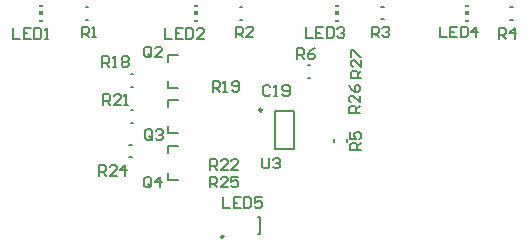
<source format=gto>
G04 Layer_Color=65535*
%FSLAX24Y24*%
%MOIN*%
G70*
G01*
G75*
%ADD20C,0.0080*%
%ADD22C,0.0100*%
%ADD26C,0.0098*%
%ADD27C,0.0079*%
%ADD28C,0.0050*%
%ADD29R,0.0120X0.0119*%
%ADD30R,0.0120X0.0060*%
%ADD31R,0.0120X0.0059*%
D20*
X7120Y6049D02*
Y6285D01*
Y6049D02*
X7439D01*
X7120Y6920D02*
Y7160D01*
X7439D01*
X7120Y4549D02*
Y4785D01*
Y4549D02*
X7439D01*
X7120Y5420D02*
Y5660D01*
X7439D01*
X7120Y2999D02*
Y3235D01*
Y2999D02*
X7439D01*
X7120Y3870D02*
Y4110D01*
X7439D01*
X10110Y1750D02*
X10170D01*
Y1180D02*
Y1750D01*
X10100Y1180D02*
X10170D01*
D22*
X8950Y1095D02*
G03*
X8950Y1095I-30J0D01*
G01*
D26*
X10242Y5319D02*
G03*
X10242Y5319I-49J0D01*
G01*
D27*
X10685Y4020D02*
Y5280D01*
X11315Y4020D02*
Y5280D01*
X10685D02*
X11315D01*
X10685Y4020D02*
X11315D01*
X4361Y8749D02*
X4439D01*
X4361Y8336D02*
X4439D01*
X9491Y8747D02*
X9569D01*
X9491Y8333D02*
X9569D01*
X14211Y8757D02*
X14289D01*
X14211Y8343D02*
X14289D01*
X18511Y8749D02*
X18589D01*
X18511Y8336D02*
X18589D01*
X12643Y4261D02*
Y4339D01*
X13057Y4261D02*
Y4339D01*
X11761Y6807D02*
X11839D01*
X11761Y6393D02*
X11839D01*
X5861Y6507D02*
X5939D01*
X5861Y6093D02*
X5939D01*
X5861Y5307D02*
X5939D01*
X5861Y4893D02*
X5939D01*
X5811Y4157D02*
X5889D01*
X5811Y3743D02*
X5889D01*
D28*
X10250Y3720D02*
Y3428D01*
X10308Y3370D01*
X10425D01*
X10483Y3428D01*
Y3720D01*
X10600Y3662D02*
X10658Y3720D01*
X10775D01*
X10833Y3662D01*
Y3603D01*
X10775Y3545D01*
X10717D01*
X10775D01*
X10833Y3487D01*
Y3428D01*
X10775Y3370D01*
X10658D01*
X10600Y3428D01*
X1950Y8050D02*
Y7700D01*
X2183D01*
X2533Y8050D02*
X2300D01*
Y7700D01*
X2533D01*
X2300Y7875D02*
X2417D01*
X2650Y8050D02*
Y7700D01*
X2825D01*
X2883Y7758D01*
Y7992D01*
X2825Y8050D01*
X2650D01*
X3000Y7700D02*
X3116D01*
X3058D01*
Y8050D01*
X3000Y7992D01*
X7010Y8050D02*
Y7700D01*
X7243D01*
X7593Y8050D02*
X7360D01*
Y7700D01*
X7593D01*
X7360Y7875D02*
X7477D01*
X7710Y8050D02*
Y7700D01*
X7885D01*
X7943Y7758D01*
Y7992D01*
X7885Y8050D01*
X7710D01*
X8293Y7700D02*
X8060D01*
X8293Y7933D01*
Y7992D01*
X8235Y8050D01*
X8118D01*
X8060Y7992D01*
X11700Y8070D02*
Y7720D01*
X11933D01*
X12283Y8070D02*
X12050D01*
Y7720D01*
X12283D01*
X12050Y7895D02*
X12167D01*
X12400Y8070D02*
Y7720D01*
X12575D01*
X12633Y7778D01*
Y8012D01*
X12575Y8070D01*
X12400D01*
X12750Y8012D02*
X12808Y8070D01*
X12925D01*
X12983Y8012D01*
Y7953D01*
X12925Y7895D01*
X12866D01*
X12925D01*
X12983Y7837D01*
Y7778D01*
X12925Y7720D01*
X12808D01*
X12750Y7778D01*
X16160Y8100D02*
Y7750D01*
X16393D01*
X16743Y8100D02*
X16510D01*
Y7750D01*
X16743D01*
X16510Y7925D02*
X16627D01*
X16860Y8100D02*
Y7750D01*
X17035D01*
X17093Y7808D01*
Y8042D01*
X17035Y8100D01*
X16860D01*
X17385Y7750D02*
Y8100D01*
X17210Y7925D01*
X17443D01*
X4230Y7750D02*
Y8100D01*
X4405D01*
X4463Y8042D01*
Y7925D01*
X4405Y7867D01*
X4230D01*
X4347D02*
X4463Y7750D01*
X4580D02*
X4697D01*
X4638D01*
Y8100D01*
X4580Y8042D01*
X9370Y7750D02*
Y8100D01*
X9545D01*
X9603Y8042D01*
Y7925D01*
X9545Y7867D01*
X9370D01*
X9487D02*
X9603Y7750D01*
X9953D02*
X9720D01*
X9953Y7983D01*
Y8042D01*
X9895Y8100D01*
X9778D01*
X9720Y8042D01*
X13900Y7750D02*
Y8100D01*
X14075D01*
X14133Y8042D01*
Y7925D01*
X14075Y7867D01*
X13900D01*
X14017D02*
X14133Y7750D01*
X14250Y8042D02*
X14308Y8100D01*
X14425D01*
X14483Y8042D01*
Y7983D01*
X14425Y7925D01*
X14367D01*
X14425D01*
X14483Y7867D01*
Y7808D01*
X14425Y7750D01*
X14308D01*
X14250Y7808D01*
X18130Y7700D02*
Y8050D01*
X18305D01*
X18363Y7992D01*
Y7875D01*
X18305Y7817D01*
X18130D01*
X18247D02*
X18363Y7700D01*
X18655D02*
Y8050D01*
X18480Y7875D01*
X18713D01*
X10513Y6082D02*
X10455Y6140D01*
X10338D01*
X10280Y6082D01*
Y5848D01*
X10338Y5790D01*
X10455D01*
X10513Y5848D01*
X10630Y5790D02*
X10747D01*
X10688D01*
Y6140D01*
X10630Y6082D01*
X10921Y5848D02*
X10980Y5790D01*
X11096D01*
X11155Y5848D01*
Y6082D01*
X11096Y6140D01*
X10980D01*
X10921Y6082D01*
Y6023D01*
X10980Y5965D01*
X11155D01*
X8945Y2410D02*
Y2060D01*
X9178D01*
X9528Y2410D02*
X9295D01*
Y2060D01*
X9528D01*
X9295Y2235D02*
X9411D01*
X9644Y2410D02*
Y2060D01*
X9819D01*
X9878Y2118D01*
Y2351D01*
X9819Y2410D01*
X9644D01*
X10228D02*
X9994D01*
Y2235D01*
X10111Y2293D01*
X10169D01*
X10228Y2235D01*
Y2118D01*
X10169Y2060D01*
X10053D01*
X9994Y2118D01*
X6553Y7138D02*
Y7372D01*
X6495Y7430D01*
X6378D01*
X6320Y7372D01*
Y7138D01*
X6378Y7080D01*
X6495D01*
X6437Y7197D02*
X6553Y7080D01*
X6495D02*
X6553Y7138D01*
X6903Y7080D02*
X6670D01*
X6903Y7313D01*
Y7372D01*
X6845Y7430D01*
X6728D01*
X6670Y7372D01*
X6573Y4378D02*
Y4612D01*
X6515Y4670D01*
X6398D01*
X6340Y4612D01*
Y4378D01*
X6398Y4320D01*
X6515D01*
X6457Y4437D02*
X6573Y4320D01*
X6515D02*
X6573Y4378D01*
X6690Y4612D02*
X6748Y4670D01*
X6865D01*
X6923Y4612D01*
Y4553D01*
X6865Y4495D01*
X6807D01*
X6865D01*
X6923Y4437D01*
Y4378D01*
X6865Y4320D01*
X6748D01*
X6690Y4378D01*
X6553Y2798D02*
Y3032D01*
X6495Y3090D01*
X6378D01*
X6320Y3032D01*
Y2798D01*
X6378Y2740D01*
X6495D01*
X6437Y2857D02*
X6553Y2740D01*
X6495D02*
X6553Y2798D01*
X6845Y2740D02*
Y3090D01*
X6670Y2915D01*
X6903D01*
X13530Y3990D02*
X13180D01*
Y4165D01*
X13238Y4223D01*
X13355D01*
X13413Y4165D01*
Y3990D01*
Y4107D02*
X13530Y4223D01*
X13180Y4573D02*
Y4340D01*
X13355D01*
X13297Y4457D01*
Y4515D01*
X13355Y4573D01*
X13472D01*
X13530Y4515D01*
Y4398D01*
X13472Y4340D01*
X11410Y7020D02*
Y7370D01*
X11585D01*
X11643Y7312D01*
Y7195D01*
X11585Y7137D01*
X11410D01*
X11527D02*
X11643Y7020D01*
X11993Y7370D02*
X11877Y7312D01*
X11760Y7195D01*
Y7078D01*
X11818Y7020D01*
X11935D01*
X11993Y7078D01*
Y7137D01*
X11935Y7195D01*
X11760D01*
X4920Y6760D02*
Y7110D01*
X5095D01*
X5153Y7052D01*
Y6935D01*
X5095Y6877D01*
X4920D01*
X5037D02*
X5153Y6760D01*
X5270D02*
X5387D01*
X5328D01*
Y7110D01*
X5270Y7052D01*
X5561D02*
X5620Y7110D01*
X5736D01*
X5795Y7052D01*
Y6993D01*
X5736Y6935D01*
X5795Y6877D01*
Y6818D01*
X5736Y6760D01*
X5620D01*
X5561Y6818D01*
Y6877D01*
X5620Y6935D01*
X5561Y6993D01*
Y7052D01*
X5620Y6935D02*
X5736D01*
X8600Y5930D02*
Y6280D01*
X8775D01*
X8833Y6222D01*
Y6105D01*
X8775Y6047D01*
X8600D01*
X8717D02*
X8833Y5930D01*
X8950D02*
X9067D01*
X9008D01*
Y6280D01*
X8950Y6222D01*
X9241Y5988D02*
X9300Y5930D01*
X9416D01*
X9475Y5988D01*
Y6222D01*
X9416Y6280D01*
X9300D01*
X9241Y6222D01*
Y6163D01*
X9300Y6105D01*
X9475D01*
X4950Y5490D02*
Y5840D01*
X5125D01*
X5183Y5782D01*
Y5665D01*
X5125Y5607D01*
X4950D01*
X5067D02*
X5183Y5490D01*
X5533D02*
X5300D01*
X5533Y5723D01*
Y5782D01*
X5475Y5840D01*
X5358D01*
X5300Y5782D01*
X5650Y5490D02*
X5766D01*
X5708D01*
Y5840D01*
X5650Y5782D01*
X8520Y3320D02*
Y3670D01*
X8695D01*
X8753Y3612D01*
Y3495D01*
X8695Y3437D01*
X8520D01*
X8637D02*
X8753Y3320D01*
X9103D02*
X8870D01*
X9103Y3553D01*
Y3612D01*
X9045Y3670D01*
X8928D01*
X8870Y3612D01*
X9453Y3320D02*
X9220D01*
X9453Y3553D01*
Y3612D01*
X9395Y3670D01*
X9278D01*
X9220Y3612D01*
X4810Y3130D02*
Y3480D01*
X4985D01*
X5043Y3422D01*
Y3305D01*
X4985Y3247D01*
X4810D01*
X4927D02*
X5043Y3130D01*
X5393D02*
X5160D01*
X5393Y3363D01*
Y3422D01*
X5335Y3480D01*
X5218D01*
X5160Y3422D01*
X5685Y3130D02*
Y3480D01*
X5510Y3305D01*
X5743D01*
X8510Y2740D02*
Y3090D01*
X8685D01*
X8743Y3032D01*
Y2915D01*
X8685Y2857D01*
X8510D01*
X8627D02*
X8743Y2740D01*
X9093D02*
X8860D01*
X9093Y2973D01*
Y3032D01*
X9035Y3090D01*
X8918D01*
X8860Y3032D01*
X9443Y3090D02*
X9210D01*
Y2915D01*
X9326Y2973D01*
X9385D01*
X9443Y2915D01*
Y2798D01*
X9385Y2740D01*
X9268D01*
X9210Y2798D01*
X13500Y5220D02*
X13150D01*
Y5395D01*
X13208Y5453D01*
X13325D01*
X13383Y5395D01*
Y5220D01*
Y5337D02*
X13500Y5453D01*
Y5803D02*
Y5570D01*
X13267Y5803D01*
X13208D01*
X13150Y5745D01*
Y5628D01*
X13208Y5570D01*
X13150Y6153D02*
X13208Y6036D01*
X13325Y5920D01*
X13442D01*
X13500Y5978D01*
Y6095D01*
X13442Y6153D01*
X13383D01*
X13325Y6095D01*
Y5920D01*
X13550Y6400D02*
X13200D01*
Y6575D01*
X13258Y6633D01*
X13375D01*
X13433Y6575D01*
Y6400D01*
Y6517D02*
X13550Y6633D01*
Y6983D02*
Y6750D01*
X13317Y6983D01*
X13258D01*
X13200Y6925D01*
Y6808D01*
X13258Y6750D01*
X13200Y7100D02*
Y7333D01*
X13258D01*
X13492Y7100D01*
X13550D01*
D29*
X17067Y8543D02*
D03*
X12740D02*
D03*
X8028D02*
D03*
X2858D02*
D03*
D30*
X17067Y8303D02*
D03*
X12740D02*
D03*
X8028D02*
D03*
X2858D02*
D03*
D31*
X17067Y8780D02*
D03*
X12740D02*
D03*
X8028D02*
D03*
X2858D02*
D03*
M02*

</source>
